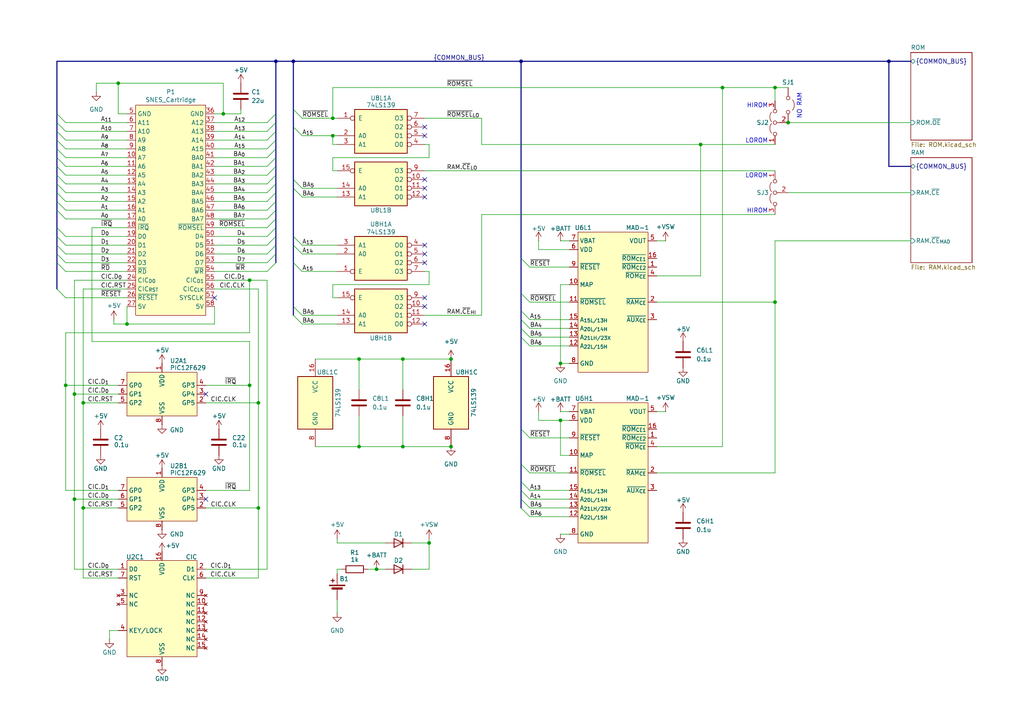
<source format=kicad_sch>
(kicad_sch (version 20231120) (generator "eeschema") (generator_version "8.0")
  (paper "A4")
  (title_block (title "SNES Basic UV Cartridge") (date "2025-11-15") (rev "v1.0") (company "https://github.com/MouseBiteLabs/Super-Nintendo-Cartridges") (comment 1 "NOTE 1: U2A is surface mount, U2B is through-hole. Only populate one.") (comment 2 "v1.1: Swap OEM CIC D0 and D1 pins, fix MAD-1 wiring, add selection for 27C160 modes"))
  (lib_symbols
    (symbol "Bucketmouse:74LS139" (pin_names (offset 1.016))
      (property "Reference" "U" (at -7.62 8.89 0))
      (property "Value" "74LS139" (at -7.62 -8.89 0))
      (symbol "74LS139_1_0"
        (pin input inverted (at -12.7 -5.08 0) (length 5.08) (name "E") (number "1"))
        (pin input line (at -12.7 0 0) (length 5.08) (name "A0") (number "2"))
        (pin input line (at -12.7 2.54 0) (length 5.08) (name "A1") (number "3"))
        (pin output inverted (at 12.7 2.54 180) (length 5.08) (name "O0") (number "4"))
        (pin output inverted (at 12.7 0 180) (length 5.08) (name "O1") (number "5"))
        (pin output inverted (at 12.7 -2.54 180) (length 5.08) (name "O2") (number "6"))
        (pin output inverted (at 12.7 -5.08 180) (length 5.08) (name "O3") (number "7"))
      )
      (symbol "74LS139_2_0"
        (pin output inverted (at 12.7 -2.54 180) (length 5.08) (name "O2") (number "10"))
        (pin output inverted (at 12.7 0 180) (length 5.08) (name "O1") (number "11"))
        (pin output inverted (at 12.7 2.54 180) (length 5.08) (name "O0") (number "12"))
        (pin input line (at -12.7 2.54 0) (length 5.08) (name "A1") (number "13"))
        (pin input line (at -12.7 0 0) (length 5.08) (name "A0") (number "14"))
        (pin input inverted (at -12.7 -5.08 0) (length 5.08) (name "E") (number "15"))
        (pin output inverted (at 12.7 -5.08 180) (length 5.08) (name "O3") (number "9"))
      )
      (symbol "74LS139_3_0"
        (pin power_in line (at 0 12.7 270) (length 5.08) (name "VCC") (number "16"))
        (pin power_in line (at 0 -12.7 90) (length 5.08) (name "GND") (number "8"))
      )
    )
    (symbol "Bucketmouse:CIC_SNES"
      (property "Reference" "U" (at 1.27 13.97 0))
      (property "Value" "CIC" (at 1.27 11.43 0))
      (symbol "CIC_SNES_1_1"
        (pin bidirectional line (at -12.7 7.62 0) (length 2.54) (name "D0") (number "1"))
        (pin no_connect line (at 12.7 -2.54 180) (length 2.54) (name "NC") (number "10"))
        (pin no_connect line (at 12.7 -5.08 180) (length 2.54) (name "NC") (number "11"))
        (pin no_connect line (at 12.7 -7.62 180) (length 2.54) (name "NC") (number "12"))
        (pin no_connect line (at 12.7 -10.16 180) (length 2.54) (name "NC") (number "13"))
        (pin no_connect line (at 12.7 -12.7 180) (length 2.54) (name "NC") (number "14"))
        (pin no_connect line (at 12.7 -15.24 180) (length 2.54) (name "NC") (number "15"))
        (pin power_in line (at 0 12.7 270) (length 2.54) (name "VDD") (number "16"))
        (pin bidirectional line (at 12.7 7.62 180) (length 2.54) (name "D1") (number "2"))
        (pin no_connect line (at -12.7 0 0) (length 2.54) (name "NC") (number "3"))
        (pin input line (at -12.7 -10.16 0) (length 2.54) (name "KEY/LOCK") (number "4"))
        (pin no_connect line (at -12.7 -2.54 0) (length 2.54) (name "NC") (number "5"))
        (pin input line (at 12.7 5.08 180) (length 2.54) (name "CLK") (number "6"))
        (pin input line (at -12.7 5.08 0) (length 2.54) (name "RST") (number "7"))
        (pin power_in line (at 0 -20.32 90) (length 2.54) (name "VSS") (number "8"))
        (pin no_connect line (at 12.7 0 180) (length 2.54) (name "NC") (number "9"))
      )
    )
    (symbol "Bucketmouse:MAD-1"
      (property "Reference" "U" (at -10.16 13.208 0))
      (property "Value" "MAD-1" (at 1.778 13.208 0))
      (symbol "MAD-1_1_0"
        (pin output line (at 12.7 2.54 180) (length 2.54) (name "~{ROM_{CE2}}") (number "1"))
        (pin input line (at -12.7 -2.54 0) (length 2.54) (name "MAP") (number "10"))
        (pin input line (at -12.7 -7.62 0) (length 2.54) (name "~{ROMSEL}") (number "11"))
        (pin input line (at -12.7 -20.32 0) (length 2.54) (name "A_{22L/15H}") (number "12"))
        (pin input line (at -12.7 -17.78 0) (length 2.54) (name "A_{21LH/23X}") (number "13"))
        (pin input line (at -12.7 -15.24 0) (length 2.54) (name "A_{20L/14H}") (number "14"))
        (pin input line (at -12.7 -12.7 0) (length 2.54) (name "A_{15L/13H}") (number "15"))
        (pin output line (at 12.7 5.08 180) (length 2.54) (name "~{ROM_{CE1}}") (number "16"))
        (pin output line (at 12.7 -7.62 180) (length 2.54) (name "~{RAM_{CE}}") (number "2"))
        (pin output line (at 12.7 -12.7 180) (length 2.54) (name "~{AUX_{CE}}") (number "3"))
        (pin output line (at 12.7 0 180) (length 2.54) (name "~{ROM_{CE}}") (number "4"))
        (pin power_out line (at 12.7 10.16 180) (length 2.54) (name "VOUT") (number "5"))
        (pin power_in line (at -12.7 7.62 0) (length 2.54) (name "VDD") (number "6"))
        (pin power_in line (at -12.7 10.16 0) (length 2.54) (name "VBAT") (number "7"))
        (pin power_in line (at -12.7 -25.4 0) (length 2.54) (name "GND") (number "8"))
        (pin input line (at -12.7 2.54 0) (length 2.54) (name "~{RESET}") (number "9"))
      )
    )
    (symbol "Bucketmouse:PIC12F629"
      (property "Reference" "U2B1" (at 2.032 13.462 0))
      (property "Value" "PIC12F629" (at 2.032 11.43 0))
      (symbol "PIC12F629_1_1"
        (pin power_in line (at 0 8.89 270) (length 2.54) (name "VDD") (number "1"))
        (pin bidirectional line (at 12.7 -2.54 180) (length 2.54) (name "GP5") (number "2"))
        (pin bidirectional line (at 12.7 0 180) (length 2.54) (name "GP4") (number "3"))
        (pin input line (at 12.7 2.54 180) (length 2.54) (name "GP3") (number "4"))
        (pin bidirectional line (at -12.7 -2.54 0) (length 2.54) (name "GP2") (number "5"))
        (pin bidirectional line (at -12.7 0 0) (length 2.54) (name "GP1") (number "6"))
        (pin bidirectional line (at -12.7 2.54 0) (length 2.54) (name "GP0") (number "7"))
        (pin power_in line (at 0 -8.89 90) (length 2.54) (name "VSS") (number "8"))
      )
    )
    (symbol "Bucketmouse:SNES_Cart_Edge_Standard"
      (property "Reference" "U" (at 0 34.29 0))
      (property "Value" "SNES_Cartridge" (at 0 32.004 0))
      (symbol "SNES_Cart_Edge_Standard_1_1"
        (pin output line (at -12.7 15.24 0) (length 2.54) (name "A7") (number "10"))
        (pin output line (at -12.7 12.7 0) (length 2.54) (name "A6") (number "11"))
        (pin output line (at -12.7 10.16 0) (length 2.54) (name "A5") (number "12"))
        (pin output line (at -12.7 7.62 0) (length 2.54) (name "A4") (number "13"))
        (pin output line (at -12.7 5.08 0) (length 2.54) (name "A3") (number "14"))
        (pin output line (at -12.7 2.54 0) (length 2.54) (name "A2") (number "15"))
        (pin output line (at -12.7 0 0) (length 2.54) (name "A1") (number "16"))
        (pin output line (at -12.7 -2.54 0) (length 2.54) (name "A0") (number "17"))
        (pin passive line (at -12.7 -5.08 0) (length 2.54) (name "~{IRQ}") (number "18"))
        (pin bidirectional line (at -12.7 -7.62 0) (length 2.54) (name "D0") (number "19"))
        (pin bidirectional line (at -12.7 -10.16 0) (length 2.54) (name "D1") (number "20"))
        (pin bidirectional line (at -12.7 -12.7 0) (length 2.54) (name "D2") (number "21"))
        (pin bidirectional line (at -12.7 -15.24 0) (length 2.54) (name "D3") (number "22"))
        (pin output line (at -12.7 -17.78 0) (length 2.54) (name "~{RD}") (number "23"))
        (pin bidirectional line (at -12.7 -20.32 0) (length 2.54) (name "CIC_{D0}") (number "24"))
        (pin output line (at -12.7 -22.86 0) (length 2.54) (name "CIC_{RST}") (number "25"))
        (pin output line (at -12.7 -25.4 0) (length 2.54) (name "~{RESET}") (number "26"))
        (pin power_out line (at -12.7 -27.94 0) (length 2.54) (name "5V") (number "27"))
        (pin power_out line (at 12.7 27.94 180) (length 2.54) (name "GND") (number "36"))
        (pin output line (at 12.7 25.4 180) (length 2.54) (name "A12") (number "37"))
        (pin output line (at 12.7 22.86 180) (length 2.54) (name "A13") (number "38"))
        (pin output line (at 12.7 20.32 180) (length 2.54) (name "A14") (number "39"))
        (pin output line (at 12.7 17.78 180) (length 2.54) (name "A15") (number "40"))
        (pin output line (at 12.7 15.24 180) (length 2.54) (name "BA0") (number "41"))
        (pin output line (at 12.7 12.7 180) (length 2.54) (name "BA1") (number "42"))
        (pin output line (at 12.7 10.16 180) (length 2.54) (name "BA2") (number "43"))
        (pin output line (at 12.7 7.62 180) (length 2.54) (name "BA3") (number "44"))
        (pin output line (at 12.7 5.08 180) (length 2.54) (name "BA4") (number "45"))
        (pin output line (at 12.7 2.54 180) (length 2.54) (name "BA5") (number "46"))
        (pin output line (at 12.7 0 180) (length 2.54) (name "BA6") (number "47"))
        (pin output line (at 12.7 -2.54 180) (length 2.54) (name "BA7") (number "48"))
        (pin output line (at 12.7 -5.08 180) (length 2.54) (name "~{ROMSEL}") (number "49"))
        (pin power_out line (at -12.7 27.94 0) (length 2.54) (name "GND") (number "5"))
        (pin bidirectional line (at 12.7 -7.62 180) (length 2.54) (name "D4") (number "50"))
        (pin bidirectional line (at 12.7 -10.16 180) (length 2.54) (name "D5") (number "51"))
        (pin bidirectional line (at 12.7 -12.7 180) (length 2.54) (name "D6") (number "52"))
        (pin bidirectional line (at 12.7 -15.24 180) (length 2.54) (name "D7") (number "53"))
        (pin output line (at 12.7 -17.78 180) (length 2.54) (name "~{WR}") (number "54"))
        (pin bidirectional line (at 12.7 -20.32 180) (length 2.54) (name "CIC_{D1}") (number "55"))
        (pin output line (at 12.7 -22.86 180) (length 2.54) (name "CIC_{CLK}") (number "56"))
        (pin passive line (at 12.7 -25.4 180) (length 2.54) (name "SYSCLK") (number "57"))
        (pin power_out line (at 12.7 -27.94 180) (length 2.54) (name "5V") (number "58"))
        (pin output line (at -12.7 25.4 0) (length 2.54) (name "A11") (number "6"))
        (pin output line (at -12.7 22.86 0) (length 2.54) (name "A10") (number "7"))
        (pin output line (at -12.7 20.32 0) (length 2.54) (name "A9") (number "8"))
        (pin output line (at -12.7 17.78 0) (length 2.54) (name "A8") (number "9"))
      )
    )
    (symbol "Device:Battery_Cell" (pin_numbers hide) (pin_names (offset 0) hide)
      (property "Reference" "BT" (at 2.54 2.54 0))
      (property "Value" "Battery_Cell" (at 2.54 0 0))
      (symbol "Battery_Cell_1_1"
        (pin passive line (at 0 5.08 270) (length 2.54) (name "+") (number "1"))
        (pin passive line (at 0 -2.54 90) (length 2.54) (name "-") (number "2"))
      )
    )
    (symbol "Device:C" (pin_numbers hide) (pin_names (offset 0.254))
      (property "Reference" "C" (at 0.635 2.54 0))
      (property "Value" "C" (at 0.635 -2.54 0))
      (symbol "C_1_1"
        (pin passive line (at 0 3.81 270) (length 2.794) (name "~") (number "1"))
        (pin passive line (at 0 -3.81 90) (length 2.794) (name "~") (number "2"))
      )
    )
    (symbol "Device:D" (pin_numbers hide) (pin_names (offset 1.016) hide)
      (property "Reference" "D" (at 0 2.54 0))
      (property "Value" "D" (at 0 -2.54 0))
      (symbol "D_1_1"
        (pin passive line (at -3.81 0 0) (length 2.54) (name "K") (number "1"))
        (pin passive line (at 3.81 0 180) (length 2.54) (name "A") (number "2"))
      )
    )
    (symbol "Device:R" (pin_numbers hide) (pin_names (offset 0))
      (property "Reference" "R" (at 2.032 0 90))
      (property "Value" "R" (at 0 0 90))
      (symbol "R_1_1"
        (pin passive line (at 0 3.81 270) (length 1.27) (name "~") (number "1"))
        (pin passive line (at 0 -3.81 90) (length 1.27) (name "~") (number "2"))
      )
    )
    (symbol "Jumper:Jumper_2_Open" (pin_numbers hide) (pin_names (offset 0) hide) (exclude_from_sim yes)
      (property "Reference" "JP" (at 0 2.794 0))
      (property "Value" "Jumper_2_Open" (at 0 -2.286 0))
      (symbol "Jumper_2_Open_1_1"
        (pin passive line (at -5.08 0 0) (length 2.54) (name "A") (number "1"))
        (pin passive line (at 5.08 0 180) (length 2.54) (name "B") (number "2"))
      )
    )
    (symbol "Jumper:Jumper_3_Open" (pin_names (offset 0) hide) (exclude_from_sim yes) (in_bom no)
      (property "Reference" "JP" (at -2.54 -2.54 0))
      (property "Value" "Jumper_3_Open" (at 0 2.794 0))
      (symbol "Jumper_3_Open_1_1"
        (pin passive line (at -6.35 0 0) (length 2.54) (name "A") (number "1"))
        (pin passive line (at 0 -3.81 90) (length 2.54) (name "C") (number "2"))
        (pin passive line (at 6.35 0 180) (length 2.54) (name "B") (number "3"))
      )
    )
    (symbol "PIC12F629_1"
      (property "Reference" "U2A1" (at 2.286 13.462 0))
      (property "Value" "PIC12F629" (at 2.286 11.43 0))
      (symbol "PIC12F629_1_1_1"
        (pin power_in line (at 0 8.89 270) (length 2.54) (name "VDD") (number "1"))
        (pin bidirectional line (at 12.7 -2.54 180) (length 2.54) (name "GP5") (number "2"))
        (pin bidirectional line (at 12.7 0 180) (length 2.54) (name "GP4") (number "3"))
        (pin input line (at 12.7 2.54 180) (length 2.54) (name "GP3") (number "4"))
        (pin bidirectional line (at -12.7 -2.54 0) (length 2.54) (name "GP2") (number "5"))
        (pin bidirectional line (at -12.7 0 0) (length 2.54) (name "GP1") (number "6"))
        (pin bidirectional line (at -12.7 2.54 0) (length 2.54) (name "GP0") (number "7"))
        (pin power_in line (at 0 -8.89 90) (length 2.54) (name "VSS") (number "8"))
      )
    )
    (symbol "power:+5V" (power) (pin_numbers hide) (pin_names (offset 0) hide)
      (property "Value" "+5V" (at 0 3.556 0))
      (symbol "+5V_1_1"
        (pin power_in line (at 0 0 90) (length 0) (name "~") (number "1"))
      )
    )
    (symbol "power:+BATT" (power) (pin_numbers hide) (pin_names (offset 0) hide)
      (property "Value" "+BATT" (at 0 3.556 0))
      (symbol "+BATT_1_1"
        (pin power_in line (at 0 0 90) (length 0) (name "~") (number "1"))
      )
    )
    (symbol "power:+VSW" (power) (pin_numbers hide) (pin_names (offset 0) hide)
      (property "Value" "+VSW" (at 0 3.556 0))
      (symbol "+VSW_1_1"
        (pin power_in line (at 0 0 90) (length 0) (name "~") (number "1"))
      )
    )
    (symbol "power:GND" (power) (pin_numbers hide) (pin_names (offset 0) hide)
      (property "Value" "GND" (at 0 -3.81 0))
      (symbol "GND_1_1"
        (pin power_in line (at 0 0 270) (length 0) (name "~") (number "1"))
      )
    )
  )
  (bus_alias "COMMON_BUS" (members "A_{0}" "A_{1}" "A_{2}" "A_{3}" "A_{4}" "A_{5}" "A_{6}" "A_{7}" "A_{8}" "A_{9}" "A_{10}" "A_{11}" "A_{12}" "A_{13}" "A_{14}" "A_{15}" "BA_{0}" "BA_{1}" "BA_{2}" "BA_{3}" "BA_{4}" "BA_{5}" "BA_{6}" "BA_{7}" "~{ROMSEL}" "D_{0}" "D_{1}" "D_{2}" "D_{3}" "D_{4}" "D_{5}" "D_{6}" "D_{7}" "~{WR}" "~{RD}" "~{RESET}" "MULTI"))
  (bus_alias "ROM_DATA_BUS" (members "Q_{0}" "Q_{1}" "Q_{2}" "Q_{3}" "Q_{4}" "Q_{5}" "Q_{6}" "Q_{7}" "Q_{8}" "Q_{9}" "Q_{10}" "Q_{11}" "Q_{12}" "Q_{13}" "Q_{14}" "Q_{15}"))
  (junction (at 209.55 25.4))
  (junction (at 72.39 81.28))
  (junction (at 162.56 105.41))
  (junction (at 24.13 147.32))
  (junction (at 19.05 111.76))
  (junction (at 96.52 39.37))
  (junction (at 24.13 116.84))
  (junction (at 21.59 114.3))
  (junction (at 80.01 17.78))
  (junction (at 116.84 104.14))
  (junction (at 257.81 17.78))
  (junction (at 96.52 34.29))
  (junction (at 228.6 35.56))
  (junction (at 162.56 121.92))
  (junction (at 74.93 147.32))
  (junction (at 109.22 165.1))
  (junction (at 116.84 129.54))
  (junction (at 224.79 25.4))
  (junction (at 151.13 17.78))
  (junction (at 74.93 116.84))
  (junction (at 224.79 87.63))
  (junction (at 36.83 93.98))
  (junction (at 72.39 111.76))
  (junction (at 21.59 144.78))
  (junction (at 104.14 104.14))
  (junction (at 64.77 33.02))
  (junction (at 203.2 41.91))
  (junction (at 104.14 129.54))
  (junction (at 124.46 157.48))
  (junction (at 130.81 129.54))
  (junction (at 34.29 24.13))
  (junction (at 85.09 17.78))
  (junction (at 130.81 104.14))
  (no_connect (at 123.19 88.9))
  (no_connect (at 123.19 76.2))
  (no_connect (at 123.19 86.36))
  (no_connect (at 123.19 39.37))
  (no_connect (at 123.19 36.83))
  (no_connect (at 123.19 54.61))
  (no_connect (at 62.23 86.36))
  (no_connect (at 123.19 71.12))
  (no_connect (at 59.69 114.3))
  (no_connect (at 123.19 93.98))
  (no_connect (at 123.19 73.66))
  (no_connect (at 59.69 144.78))
  (no_connect (at 123.19 52.07))
  (no_connect (at 123.19 57.15))
  (bus_entry (at 19.05 50.8) (size -2.54 -2.54))
  (bus_entry (at 77.47 73.66) (size 2.54 -2.54))
  (bus_entry (at 19.05 38.1) (size -2.54 -2.54))
  (bus_entry (at 19.05 73.66) (size -2.54 -2.54))
  (bus_entry (at 19.05 86.36) (size -2.54 -2.54))
  (bus_entry (at 151.13 85.09) (size 2.54 2.54))
  (bus_entry (at 151.13 144.78) (size 2.54 2.54))
  (bus_entry (at 151.13 139.7) (size 2.54 2.54))
  (bus_entry (at 85.09 52.07) (size 2.54 2.54))
  (bus_entry (at 19.05 63.5) (size -2.54 -2.54))
  (bus_entry (at 77.47 50.8) (size 2.54 -2.54))
  (bus_entry (at 19.05 48.26) (size -2.54 -2.54))
  (bus_entry (at 151.13 92.71) (size 2.54 2.54))
  (bus_entry (at 77.47 40.64) (size 2.54 -2.54))
  (bus_entry (at 85.09 91.44) (size 2.54 2.54))
  (bus_entry (at 19.05 53.34) (size -2.54 -2.54))
  (bus_entry (at 19.05 68.58) (size -2.54 -2.54))
  (bus_entry (at 16.51 33.02) (size 2.54 2.54))
  (bus_entry (at 19.05 58.42) (size -2.54 -2.54))
  (bus_entry (at 151.13 97.79) (size 2.54 2.54))
  (bus_entry (at 19.05 55.88) (size -2.54 -2.54))
  (bus_entry (at 151.13 124.46) (size 2.54 2.54))
  (bus_entry (at 77.47 38.1) (size 2.54 -2.54))
  (bus_entry (at 85.09 31.75) (size 2.54 2.54))
  (bus_entry (at 77.47 48.26) (size 2.54 -2.54))
  (bus_entry (at 77.47 71.12) (size 2.54 -2.54))
  (bus_entry (at 151.13 95.25) (size 2.54 2.54))
  (bus_entry (at 19.05 78.74) (size -2.54 -2.54))
  (bus_entry (at 77.47 68.58) (size 2.54 -2.54))
  (bus_entry (at 77.47 55.88) (size 2.54 -2.54))
  (bus_entry (at 151.13 142.24) (size 2.54 2.54))
  (bus_entry (at 19.05 43.18) (size -2.54 -2.54))
  (bus_entry (at 151.13 90.17) (size 2.54 2.54))
  (bus_entry (at 85.09 71.12) (size 2.54 2.54))
  (bus_entry (at 19.05 40.64) (size -2.54 -2.54))
  (bus_entry (at 85.09 68.58) (size 2.54 2.54))
  (bus_entry (at 19.05 45.72) (size -2.54 -2.54))
  (bus_entry (at 151.13 134.62) (size 2.54 2.54))
  (bus_entry (at 77.47 76.2) (size 2.54 -2.54))
  (bus_entry (at 151.13 74.93) (size 2.54 2.54))
  (bus_entry (at 80.01 60.96) (size -2.54 2.54))
  (bus_entry (at 77.47 43.18) (size 2.54 -2.54))
  (bus_entry (at 80.01 76.2) (size -2.54 2.54))
  (bus_entry (at 85.09 88.9) (size 2.54 2.54))
  (bus_entry (at 85.09 76.2) (size 2.54 2.54))
  (bus_entry (at 19.05 60.96) (size -2.54 -2.54))
  (bus_entry (at 77.47 60.96) (size 2.54 -2.54))
  (bus_entry (at 80.01 63.5) (size -2.54 2.54))
  (bus_entry (at 85.09 36.83) (size 2.54 2.54))
  (bus_entry (at 85.09 54.61) (size 2.54 2.54))
  (bus_entry (at 77.47 58.42) (size 2.54 -2.54))
  (bus_entry (at 151.13 147.32) (size 2.54 2.54))
  (bus_entry (at 19.05 76.2) (size -2.54 -2.54))
  (bus_entry (at 77.47 53.34) (size 2.54 -2.54))
  (bus_entry (at 19.05 71.12) (size -2.54 -2.54))
  (bus_entry (at 77.47 35.56) (size 2.54 -2.54))
  (bus_entry (at 77.47 45.72) (size 2.54 -2.54))
  (wire (pts (xy 72.39 142.24) (xy 59.69 142.24)))
  (wire (pts (xy 96.52 45.72) (xy 96.52 49.53)))
  (bus (pts (xy 151.13 142.24) (xy 151.13 144.78)))
  (wire (pts (xy 123.19 34.29) (xy 139.7 34.29)))
  (wire (pts (xy 203.2 41.91) (xy 224.79 41.91)))
  (wire (pts (xy 87.63 93.98) (xy 97.79 93.98)))
  (wire (pts (xy 87.63 73.66) (xy 97.79 73.66)))
  (bus (pts (xy 16.51 58.42) (xy 16.51 60.96)))
  (wire (pts (xy 123.19 41.91) (xy 124.46 41.91)))
  (bus (pts (xy 85.09 76.2) (xy 85.09 88.9)))
  (wire (pts (xy 162.56 69.85) (xy 165.1 69.85)))
  (bus (pts (xy 80.01 58.42) (xy 80.01 60.96)))
  (wire (pts (xy 62.23 73.66) (xy 77.47 73.66)))
  (wire (pts (xy 19.05 58.42) (xy 36.83 58.42)))
  (wire (pts (xy 124.46 157.48) (xy 124.46 165.1)))
  (wire (pts (xy 153.67 87.63) (xy 165.1 87.63)))
  (wire (pts (xy 96.52 39.37) (xy 97.79 39.37)))
  (wire (pts (xy 19.05 142.24) (xy 34.29 142.24)))
  (wire (pts (xy 21.59 81.28) (xy 36.83 81.28)))
  (bus (pts (xy 16.51 40.64) (xy 16.51 43.18)))
  (wire (pts (xy 62.23 68.58) (xy 77.47 68.58)))
  (bus (pts (xy 16.51 45.72) (xy 16.51 48.26)))
  (wire (pts (xy 203.2 41.91) (xy 203.2 80.01)))
  (wire (pts (xy 123.19 49.53) (xy 224.79 49.53)))
  (bus (pts (xy 257.81 48.26) (xy 264.16 48.26)))
  (wire (pts (xy 153.67 147.32) (xy 165.1 147.32)))
  (wire (pts (xy 165.1 132.08) (xy 162.56 132.08)))
  (bus (pts (xy 151.13 97.79) (xy 151.13 124.46)))
  (wire (pts (xy 62.23 45.72) (xy 77.47 45.72)))
  (wire (pts (xy 19.05 111.76) (xy 19.05 96.52)))
  (bus (pts (xy 16.51 50.8) (xy 16.51 53.34)))
  (wire (pts (xy 24.13 116.84) (xy 34.29 116.84)))
  (wire (pts (xy 224.79 87.63) (xy 224.79 69.85)))
  (bus (pts (xy 16.51 17.78) (xy 80.01 17.78)))
  (bus (pts (xy 151.13 92.71) (xy 151.13 95.25)))
  (wire (pts (xy 190.5 69.85) (xy 193.04 69.85)))
  (bus (pts (xy 16.51 73.66) (xy 16.51 71.12)))
  (wire (pts (xy 97.79 165.1) (xy 97.79 166.37)))
  (wire (pts (xy 21.59 81.28) (xy 21.59 114.3)))
  (wire (pts (xy 162.56 121.92) (xy 165.1 121.92)))
  (bus (pts (xy 80.01 60.96) (xy 80.01 63.5)))
  (bus (pts (xy 151.13 124.46) (xy 151.13 134.62)))
  (wire (pts (xy 19.05 111.76) (xy 19.05 142.24)))
  (wire (pts (xy 124.46 41.91) (xy 124.46 45.72)))
  (wire (pts (xy 59.69 111.76) (xy 72.39 111.76)))
  (wire (pts (xy 104.14 104.14) (xy 116.84 104.14)))
  (bus (pts (xy 80.01 17.78) (xy 85.09 17.78)))
  (wire (pts (xy 74.93 83.82) (xy 74.93 116.84)))
  (bus (pts (xy 85.09 36.83) (xy 85.09 52.07)))
  (wire (pts (xy 139.7 41.91) (xy 203.2 41.91)))
  (wire (pts (xy 19.05 53.34) (xy 36.83 53.34)))
  (bus (pts (xy 151.13 17.78) (xy 257.81 17.78)))
  (wire (pts (xy 36.83 93.98) (xy 36.83 88.9)))
  (wire (pts (xy 153.67 92.71) (xy 165.1 92.71)))
  (wire (pts (xy 87.63 39.37) (xy 96.52 39.37)))
  (wire (pts (xy 19.05 48.26) (xy 36.83 48.26)))
  (bus (pts (xy 80.01 48.26) (xy 80.01 50.8)))
  (wire (pts (xy 96.52 25.4) (xy 209.55 25.4)))
  (wire (pts (xy 153.67 95.25) (xy 165.1 95.25)))
  (wire (pts (xy 96.52 86.36) (xy 97.79 86.36)))
  (wire (pts (xy 109.22 165.1) (xy 111.76 165.1)))
  (wire (pts (xy 124.46 156.21) (xy 124.46 157.48)))
  (bus (pts (xy 85.09 54.61) (xy 85.09 68.58)))
  (wire (pts (xy 116.84 104.14) (xy 130.81 104.14)))
  (wire (pts (xy 69.85 33.02) (xy 69.85 31.75)))
  (bus (pts (xy 80.01 35.56) (xy 80.01 38.1)))
  (wire (pts (xy 190.5 87.63) (xy 224.79 87.63)))
  (wire (pts (xy 190.5 80.01) (xy 203.2 80.01)))
  (wire (pts (xy 26.67 66.04) (xy 36.83 66.04)))
  (wire (pts (xy 124.46 82.55) (xy 124.46 78.74)))
  (wire (pts (xy 62.23 35.56) (xy 77.47 35.56)))
  (wire (pts (xy 190.5 129.54) (xy 209.55 129.54)))
  (wire (pts (xy 116.84 120.65) (xy 116.84 129.54)))
  (wire (pts (xy 62.23 38.1) (xy 77.47 38.1)))
  (bus (pts (xy 151.13 144.78) (xy 151.13 147.32)))
  (bus (pts (xy 80.01 63.5) (xy 80.01 66.04)))
  (bus (pts (xy 16.51 53.34) (xy 16.51 55.88)))
  (wire (pts (xy 19.05 86.36) (xy 36.83 86.36)))
  (bus (pts (xy 151.13 90.17) (xy 151.13 92.71)))
  (wire (pts (xy 123.19 91.44) (xy 139.7 91.44)))
  (wire (pts (xy 209.55 129.54) (xy 209.55 25.4)))
  (bus (pts (xy 80.01 55.88) (xy 80.01 58.42)))
  (wire (pts (xy 116.84 104.14) (xy 116.84 113.03)))
  (wire (pts (xy 153.67 127) (xy 165.1 127)))
  (wire (pts (xy 64.77 33.02) (xy 69.85 33.02)))
  (wire (pts (xy 19.05 71.12) (xy 36.83 71.12)))
  (wire (pts (xy 62.23 66.04) (xy 77.47 66.04)))
  (bus (pts (xy 151.13 85.09) (xy 151.13 90.17)))
  (wire (pts (xy 24.13 147.32) (xy 34.29 147.32)))
  (wire (pts (xy 24.13 83.82) (xy 36.83 83.82)))
  (bus (pts (xy 85.09 31.75) (xy 85.09 36.83)))
  (wire (pts (xy 64.77 24.13) (xy 64.77 33.02)))
  (wire (pts (xy 162.56 82.55) (xy 162.56 105.41)))
  (wire (pts (xy 26.67 99.06) (xy 26.67 66.04)))
  (wire (pts (xy 21.59 144.78) (xy 21.59 114.3)))
  (wire (pts (xy 24.13 167.64) (xy 34.29 167.64)))
  (wire (pts (xy 162.56 132.08) (xy 162.56 121.92)))
  (wire (pts (xy 124.46 82.55) (xy 96.52 82.55)))
  (bus (pts (xy 151.13 134.62) (xy 151.13 139.7)))
  (bus (pts (xy 16.51 35.56) (xy 16.51 38.1)))
  (wire (pts (xy 19.05 35.56) (xy 36.83 35.56)))
  (bus (pts (xy 151.13 74.93) (xy 151.13 85.09)))
  (bus (pts (xy 80.01 71.12) (xy 80.01 73.66)))
  (wire (pts (xy 96.52 34.29) (xy 96.52 25.4)))
  (wire (pts (xy 62.23 93.98) (xy 62.23 88.9)))
  (bus (pts (xy 151.13 17.78) (xy 151.13 74.93)))
  (wire (pts (xy 19.05 55.88) (xy 36.83 55.88)))
  (bus (pts (xy 85.09 17.78) (xy 85.09 31.75)))
  (wire (pts (xy 74.93 147.32) (xy 59.69 147.32)))
  (wire (pts (xy 156.21 119.38) (xy 156.21 121.92)))
  (wire (pts (xy 19.05 73.66) (xy 36.83 73.66)))
  (bus (pts (xy 80.01 17.78) (xy 80.01 33.02)))
  (wire (pts (xy 19.05 43.18) (xy 36.83 43.18)))
  (wire (pts (xy 24.13 147.32) (xy 24.13 167.64)))
  (bus (pts (xy 85.09 17.78) (xy 151.13 17.78)))
  (wire (pts (xy 72.39 81.28) (xy 72.39 96.52)))
  (wire (pts (xy 124.46 45.72) (xy 96.52 45.72)))
  (wire (pts (xy 165.1 82.55) (xy 162.56 82.55)))
  (bus (pts (xy 16.51 43.18) (xy 16.51 45.72)))
  (wire (pts (xy 87.63 34.29) (xy 96.52 34.29)))
  (wire (pts (xy 224.79 69.85) (xy 264.16 69.85)))
  (wire (pts (xy 72.39 99.06) (xy 26.67 99.06)))
  (wire (pts (xy 27.94 24.13) (xy 27.94 26.67)))
  (wire (pts (xy 62.23 55.88) (xy 77.47 55.88)))
  (bus (pts (xy 257.81 17.78) (xy 264.16 17.78)))
  (wire (pts (xy 124.46 165.1) (xy 119.38 165.1)))
  (wire (pts (xy 153.67 100.33) (xy 165.1 100.33)))
  (wire (pts (xy 162.56 105.41) (xy 165.1 105.41)))
  (wire (pts (xy 139.7 34.29) (xy 139.7 41.91)))
  (wire (pts (xy 162.56 119.38) (xy 165.1 119.38)))
  (wire (pts (xy 104.14 104.14) (xy 104.14 113.03)))
  (wire (pts (xy 96.52 41.91) (xy 96.52 39.37)))
  (bus (pts (xy 16.51 33.02) (xy 16.51 35.56)))
  (wire (pts (xy 139.7 62.23) (xy 224.79 62.23)))
  (bus (pts (xy 16.51 17.78) (xy 16.51 33.02)))
  (bus (pts (xy 80.01 66.04) (xy 80.01 68.58)))
  (wire (pts (xy 34.29 182.88) (xy 31.75 182.88)))
  (wire (pts (xy 34.29 24.13) (xy 34.29 33.02)))
  (wire (pts (xy 87.63 54.61) (xy 97.79 54.61)))
  (wire (pts (xy 139.7 62.23) (xy 139.7 91.44)))
  (bus (pts (xy 80.01 40.64) (xy 80.01 43.18)))
  (bus (pts (xy 80.01 68.58) (xy 80.01 71.12)))
  (wire (pts (xy 19.05 76.2) (xy 36.83 76.2)))
  (bus (pts (xy 16.51 73.66) (xy 16.51 76.2)))
  (bus (pts (xy 80.01 38.1) (xy 80.01 40.64)))
  (bus (pts (xy 151.13 95.25) (xy 151.13 97.79)))
  (wire (pts (xy 116.84 129.54) (xy 130.81 129.54)))
  (bus (pts (xy 80.01 43.18) (xy 80.01 45.72)))
  (wire (pts (xy 31.75 182.88) (xy 31.75 185.42)))
  (wire (pts (xy 33.02 93.98) (xy 33.02 92.71)))
  (wire (pts (xy 190.5 137.16) (xy 224.79 137.16)))
  (wire (pts (xy 153.67 142.24) (xy 165.1 142.24)))
  (wire (pts (xy 77.47 165.1) (xy 77.47 81.28)))
  (wire (pts (xy 19.05 40.64) (xy 36.83 40.64)))
  (wire (pts (xy 21.59 144.78) (xy 21.59 165.1)))
  (wire (pts (xy 36.83 33.02) (xy 34.29 33.02)))
  (wire (pts (xy 62.23 81.28) (xy 72.39 81.28)))
  (wire (pts (xy 62.23 53.34) (xy 77.47 53.34)))
  (wire (pts (xy 97.79 156.21) (xy 97.79 157.48)))
  (bus (pts (xy 16.51 60.96) (xy 16.51 66.04)))
  (wire (pts (xy 165.1 72.39) (xy 156.21 72.39)))
  (wire (pts (xy 119.38 157.48) (xy 124.46 157.48)))
  (bus (pts (xy 80.01 53.34) (xy 80.01 55.88)))
  (wire (pts (xy 62.23 58.42) (xy 77.47 58.42)))
  (wire (pts (xy 33.02 93.98) (xy 36.83 93.98)))
  (wire (pts (xy 62.23 48.26) (xy 77.47 48.26)))
  (wire (pts (xy 62.23 83.82) (xy 74.93 83.82)))
  (wire (pts (xy 34.29 24.13) (xy 27.94 24.13)))
  (wire (pts (xy 190.5 119.38) (xy 193.04 119.38)))
  (wire (pts (xy 104.14 120.65) (xy 104.14 129.54)))
  (bus (pts (xy 16.51 66.04) (xy 16.51 68.58)))
  (wire (pts (xy 156.21 72.39) (xy 156.21 69.85)))
  (bus (pts (xy 80.01 50.8) (xy 80.01 53.34)))
  (wire (pts (xy 72.39 111.76) (xy 72.39 142.24)))
  (wire (pts (xy 74.93 167.64) (xy 74.93 147.32)))
  (wire (pts (xy 87.63 78.74) (xy 97.79 78.74)))
  (wire (pts (xy 96.52 49.53) (xy 97.79 49.53)))
  (wire (pts (xy 96.52 82.55) (xy 96.52 86.36)))
  (wire (pts (xy 123.19 78.74) (xy 124.46 78.74)))
  (wire (pts (xy 224.79 25.4) (xy 228.6 25.4)))
  (wire (pts (xy 153.67 144.78) (xy 165.1 144.78)))
  (bus (pts (xy 16.51 76.2) (xy 16.51 83.82)))
  (wire (pts (xy 97.79 41.91) (xy 96.52 41.91)))
  (wire (pts (xy 62.23 33.02) (xy 64.77 33.02)))
  (bus (pts (xy 85.09 88.9) (xy 85.09 91.44)))
  (wire (pts (xy 19.05 50.8) (xy 36.83 50.8)))
  (wire (pts (xy 91.44 104.14) (xy 104.14 104.14)))
  (wire (pts (xy 62.23 50.8) (xy 77.47 50.8)))
  (wire (pts (xy 62.23 71.12) (xy 77.47 71.12)))
  (wire (pts (xy 87.63 57.15) (xy 97.79 57.15)))
  (wire (pts (xy 224.79 137.16) (xy 224.79 87.63)))
  (wire (pts (xy 19.05 111.76) (xy 34.29 111.76)))
  (wire (pts (xy 224.79 29.21) (xy 224.79 25.4)))
  (wire (pts (xy 19.05 38.1) (xy 36.83 38.1)))
  (bus (pts (xy 85.09 68.58) (xy 85.09 71.12)))
  (wire (pts (xy 97.79 157.48) (xy 111.76 157.48)))
  (wire (pts (xy 109.22 165.1) (xy 106.68 165.1)))
  (wire (pts (xy 104.14 129.54) (xy 116.84 129.54)))
  (wire (pts (xy 62.23 40.64) (xy 77.47 40.64)))
  (wire (pts (xy 59.69 167.64) (xy 74.93 167.64)))
  (wire (pts (xy 153.67 97.79) (xy 165.1 97.79)))
  (wire (pts (xy 209.55 25.4) (xy 224.79 25.4)))
  (bus (pts (xy 16.51 55.88) (xy 16.51 58.42)))
  (wire (pts (xy 36.83 93.98) (xy 62.23 93.98)))
  (wire (pts (xy 153.67 149.86) (xy 165.1 149.86)))
  (wire (pts (xy 97.79 177.8) (xy 97.79 173.99)))
  (bus (pts (xy 16.51 38.1) (xy 16.51 40.64)))
  (bus (pts (xy 16.51 68.58) (xy 16.51 71.12)))
  (wire (pts (xy 62.23 43.18) (xy 77.47 43.18)))
  (wire (pts (xy 59.69 165.1) (xy 77.47 165.1)))
  (bus (pts (xy 85.09 71.12) (xy 85.09 76.2)))
  (bus (pts (xy 16.51 48.26) (xy 16.51 50.8)))
  (wire (pts (xy 62.23 78.74) (xy 77.47 78.74)))
  (wire (pts (xy 34.29 144.78) (xy 21.59 144.78)))
  (wire (pts (xy 162.56 154.94) (xy 165.1 154.94)))
  (wire (pts (xy 21.59 165.1) (xy 34.29 165.1)))
  (wire (pts (xy 228.6 55.88) (xy 264.16 55.88)))
  (bus (pts (xy 85.09 52.07) (xy 85.09 54.61)))
  (wire (pts (xy 24.13 116.84) (xy 24.13 147.32)))
  (wire (pts (xy 59.69 116.84) (xy 74.93 116.84)))
  (wire (pts (xy 96.52 34.29) (xy 97.79 34.29)))
  (wire (pts (xy 24.13 83.82) (xy 24.13 116.84)))
  (wire (pts (xy 64.77 24.13) (xy 34.29 24.13)))
  (wire (pts (xy 62.23 63.5) (xy 77.47 63.5)))
  (wire (pts (xy 62.23 76.2) (xy 77.47 76.2)))
  (wire (pts (xy 62.23 60.96) (xy 77.47 60.96)))
  (bus (pts (xy 80.01 33.02) (xy 80.01 35.56)))
  (bus (pts (xy 257.81 48.26) (xy 257.81 17.78)))
  (wire (pts (xy 87.63 71.12) (xy 97.79 71.12)))
  (wire (pts (xy 104.14 129.54) (xy 91.44 129.54)))
  (bus (pts (xy 80.01 73.66) (xy 80.01 76.2)))
  (wire (pts (xy 21.59 114.3) (xy 34.29 114.3)))
  (wire (pts (xy 74.93 116.84) (xy 74.93 147.32)))
  (wire (pts (xy 19.05 63.5) (xy 36.83 63.5)))
  (wire (pts (xy 72.39 99.06) (xy 72.39 111.76)))
  (wire (pts (xy 87.63 91.44) (xy 97.79 91.44)))
  (wire (pts (xy 19.05 96.52) (xy 72.39 96.52)))
  (wire (pts (xy 19.05 68.58) (xy 36.83 68.58)))
  (wire (pts (xy 19.05 60.96) (xy 36.83 60.96)))
  (bus (pts (xy 151.13 139.7) (xy 151.13 142.24)))
  (wire (pts (xy 77.47 81.28) (xy 72.39 81.28)))
  (wire (pts (xy 99.06 165.1) (xy 97.79 165.1)))
  (wire (pts (xy 19.05 78.74) (xy 36.83 78.74)))
  (wire (pts (xy 156.21 121.92) (xy 162.56 121.92)))
  (wire (pts (xy 19.05 45.72) (xy 36.83 45.72)))
  (wire (pts (xy 228.6 35.56) (xy 264.16 35.56)))
  (wire (pts (xy 153.67 137.16) (xy 165.1 137.16)))
  (wire (pts (xy 153.67 77.47) (xy 165.1 77.47)))
  (bus (pts (xy 80.01 45.72) (xy 80.01 48.26)))
  (text "HIROM\n\n\n\n\nLOROM" (at 222.758 35.814 0) (effects (font (size 1.27 1.27)) (justify right)))
  (text "NO RAM" (at 231.902 30.734 90) (effects (font (size 1.27 1.27))))
  (text "LOROM\n\n\n\n\nHIROM" (at 222.758 56.134 0) (effects (font (size 1.27 1.27)) (justify right)))
  (label "CIC.D_{1}" (at 25.4 111.76 0))
  (label "~{ROMSEL}" (at 87.63 34.29 0))
  (label "BA_{0}" (at 71.12 45.72 180))
  (label "~{RESET}" (at 29.21 86.36 0))
  (label "~{IRQ}" (at 68.58 111.76 180))
  (label "~{ROMSEL}" (at 129.54 25.4 0))
  (label "~{ROMSEL}" (at 153.67 137.16 0))
  (label "A_{15}" (at 71.12 43.18 180))
  (label "~{ROMSEL}" (at 71.12 66.04 180))
  (label "BA_{5}" (at 87.63 54.61 0))
  (label "CIC.D_{0}" (at 29.21 81.28 0))
  (label "BA_{6}" (at 87.63 57.15 0))
  (label "CIC.D_{1}" (at 60.96 165.1 0))
  (label "BA_{6}" (at 87.63 93.98 0))
  (label "CIC.CLK" (at 60.96 167.64 0))
  (label "A_{7}" (at 29.21 45.72 0))
  (label "A_{13}" (at 87.63 71.12 0))
  (label "BA_{7}" (at 71.12 63.5 180))
  (label "A_{14}" (at 87.63 73.66 0))
  (label "D_{0}" (at 29.21 68.58 0))
  (label "~{IRQ}" (at 29.21 66.04 0))
  (label "CIC.RST" (at 25.4 167.64 0))
  (label "BA_{4}" (at 153.67 95.25 0))
  (label "A_{12}" (at 71.12 35.56 180))
  (label "CIC.RST" (at 29.21 83.82 0))
  (label "RAM.~{CE}_{LO}" (at 129.54 49.53 0))
  (label "~{ROMSEL}" (at 153.67 87.63 0))
  (label "BA_{6}" (at 71.12 60.96 180))
  (label "A_{14}" (at 153.67 144.78 0))
  (label "A_{13}" (at 153.67 142.24 0))
  (label "~{RESET}" (at 153.67 77.47 0))
  (label "A_{8}" (at 29.21 43.18 0))
  (label "~{ROMSEL}_{LO}" (at 129.54 34.29 0))
  (label "A_{9}" (at 29.21 40.64 0))
  (label "CIC.CLK" (at 68.58 116.84 180))
  (label "D_{6}" (at 71.12 73.66 180))
  (label "CIC.CLK" (at 71.12 83.82 180))
  (label "CIC.D_{1}" (at 71.12 81.28 180))
  (label "BA_{3}" (at 71.12 53.34 180))
  (label "BA_{6}" (at 153.67 100.33 0))
  (label "CIC.CLK" (at 68.58 147.32 180))
  (label "BA_{5}" (at 153.67 147.32 0))
  (label "CIC.D_{0}" (at 25.4 165.1 0))
  (label "D_{1}" (at 29.21 71.12 0))
  (label "CIC.D_{0}" (at 25.4 144.78 0))
  (label "BA_{2}" (at 71.12 50.8 180))
  (label "~{RD}" (at 29.21 78.74 0))
  (label "BA_{6}" (at 153.67 149.86 0))
  (label "D_{4}" (at 71.12 68.58 180))
  (label "CIC.RST" (at 25.4 147.32 0))
  (label "BA_{5}" (at 71.12 58.42 180))
  (label "D_{2}" (at 29.21 73.66 0))
  (label "BA_{4}" (at 71.12 55.88 180))
  (label "CIC.D_{0}" (at 25.4 114.3 0))
  (label "A_{1}" (at 29.21 60.96 0))
  (label "A_{4}" (at 29.21 53.34 0))
  (label "A_{6}" (at 29.21 48.26 0))
  (label "BA_{1}" (at 71.12 48.26 180))
  (label "~{IRQ}" (at 68.58 142.24 180))
  (label "A_{0}" (at 29.21 63.5 0))
  (label "A_{13}" (at 71.12 38.1 180))
  (label "BA_{5}" (at 87.63 91.44 0))
  (label "{COMMON_BUS}" (at 125.73 17.78 0))
  (label "A_{11}" (at 29.21 35.56 0))
  (label "A_{3}" (at 29.21 55.88 0))
  (label "D_{3}" (at 29.21 76.2 0))
  (label "A_{5}" (at 29.21 50.8 0))
  (label "~{RESET}" (at 153.67 127 0))
  (label "~{WR}" (at 71.12 78.74 180))
  (label "D_{7}" (at 71.12 76.2 180))
  (label "A_{14}" (at 71.12 40.64 180))
  (label "BA_{5}" (at 153.67 97.79 0))
  (label "A_{15}" (at 87.63 78.74 0))
  (label "D_{5}" (at 71.12 71.12 180))
  (label "A_{10}" (at 29.21 38.1 0))
  (label "CIC.RST" (at 25.4 116.84 0))
  (label "A_{2}" (at 29.21 58.42 0))
  (label "RAM.~{CE}_{HI}" (at 129.54 91.44 0))
  (label "A_{15}" (at 87.63 39.37 0))
  (label "A_{15}" (at 153.67 92.71 0))
  (label "CIC.D_{1}" (at 25.4 142.24 0))
  (symbol (lib_id "power:GND") (at 31.75 185.42 0) (unit 1)
    (property "Reference" "#PWR049" (effects (hide yes)))
    (property "Value" "GND" (at 31.75 189.23 0))
    (property "Description" "Power symbol creates a global label with name \"GND\" , ground" (effects (hide yes)))
  )
  (symbol (lib_id "power:GND") (at 27.94 26.67 0) (unit 1)
    (property "Reference" "#PWR01" (effects (hide yes)))
    (property "Value" "GND" (at 27.94 31.75 0))
    (property "Description" "Power symbol creates a global label with name \"GND\" , ground" (effects (hide yes)))
  )
  (symbol (lib_id "power:+5V") (at 198.12 99.06 0) (unit 1)
    (property "Reference" "#PWR052" (effects (hide yes)))
    (property "Value" "+5V" (at 198.12 95.504 0))
    (property "Description" "Power symbol creates a global label with name \"+5V\"" (effects (hide yes)))
  )
  (symbol (lib_id "power:+VSW") (at 124.46 156.21 0) (mirror y) (unit 1)
    (property "Reference" "#PWR029" (effects (hide yes)))
    (property "Value" "+VSW" (at 124.46 152.146 0))
    (property "Description" "Power symbol creates a global label with name \"+VSW\"" (effects (hide yes)))
  )
  (symbol (lib_id "power:+5V") (at 156.21 69.85 0) (unit 1)
    (property "Reference" "#PWR042" (effects (hide yes)))
    (property "Value" "+5V" (at 156.21 66.294 0))
    (property "Description" "Power symbol creates a global label with name \"+5V\"" (effects (hide yes)))
  )
  (symbol (lib_id "Bucketmouse:74LS139") (at 91.44 116.84 0) (unit 3)
    (property "Reference" "U8L1" (at 94.996 107.95 0))
    (property "Value" "74LS139" (at 98.044 116.84 90))
    (property "Footprint" "Bucketmouse:DIP-16_W7.62mm" (effects (hide yes)))
    (property "Datasheet" "http://www.ti.com/lit/ds/symlink/sn74ls139a.pdf" (effects (hide yes)))
    (property "Description" "Dual Decoder 1 of 4, Active low outputs" (effects (hide yes)))
  )
  (symbol (lib_id "Bucketmouse:74LS139") (at 110.49 73.66 0) (unit 1)
    (property "Reference" "U8H1" (at 110.49 65.024 0))
    (property "Value" "74LS139" (at 110.49 67.31 0))
    (property "Footprint" "Bucketmouse:DIP-16_W7.62mm" (effects (hide yes)))
    (property "Datasheet" "http://www.ti.com/lit/ds/symlink/sn74ls139a.pdf" (effects (hide yes)))
    (property "Description" "Dual Decoder 1 of 4, Active low outputs" (effects (hide yes)))
  )
  (symbol (lib_id "power:+5V") (at 46.99 160.02 0) (unit 1)
    (property "Reference" "#PWR051" (effects (hide yes)))
    (property "Value" "+5V" (at 50.038 158.242 0))
    (property "Description" "Power symbol creates a global label with name \"+5V\"" (effects (hide yes)))
  )
  (symbol (lib_id "power:+5V") (at 63.5 124.46 0) (unit 1)
    (property "Reference" "#PWR054" (effects (hide yes)))
    (property "Value" "+5V" (at 63.5 120.65 0))
    (property "Description" "Power symbol creates a global label with name \"+5V\"" (effects (hide yes)))
  )
  (symbol (lib_id "power:GND") (at 63.5 132.08 0) (unit 1)
    (property "Reference" "#PWR055" (effects (hide yes)))
    (property "Value" "GND" (at 63.5 135.89 0))
    (property "Description" "Power symbol creates a global label with name \"GND\" , ground" (effects (hide yes)))
  )
  (symbol (lib_id "Jumper:Jumper_2_Open") (at 228.6 30.48 270) (mirror x) (unit 1) (exclude_from_sim yes)
    (property "Reference" "SJ1" (at 226.822 23.876 90) (effects (justify left)))
    (property "Value" "Jumper_2_Open" (effects (hide yes)))
    (property "Footprint" "Bucketmouse:SJ" (effects (hide yes)))
    (property "Description" "Jumper, 2-pole, open" (effects (hide yes)))
  )
  (symbol (lib_id "Bucketmouse:SNES_Cart_Edge_Standard") (at 49.53 60.96 0) (unit 1)
    (property "Reference" "P1" (at 49.53 26.67 0))
    (property "Value" "SNES_Cartridge" (at 49.53 28.956 0))
    (property "Footprint" "Bucketmouse:Cart_Edge_SNES_Standard" (effects (hide yes)))
  )
  (symbol (lib_id "power:GND") (at 46.99 123.19 0) (unit 1)
    (property "Reference" "#PWR07" (effects (hide yes)))
    (property "Value" "GND" (at 51.308 124.714 0))
    (property "Description" "Power symbol creates a global label with name \"GND\" , ground" (effects (hide yes)))
  )
  (symbol (lib_id "power:+5V") (at 97.79 156.21 0) (unit 1)
    (property "Reference" "#PWR025" (effects (hide yes)))
    (property "Value" "+5V" (at 97.79 152.146 0))
    (property "Description" "Power symbol creates a global label with name \"+5V\"" (effects (hide yes)))
  )
  (symbol (lib_id "power:GND") (at 46.99 153.67 0) (unit 1)
    (property "Reference" "#PWR09" (effects (hide yes)))
    (property "Value" "GND" (at 51.308 154.94 0))
    (property "Description" "Power symbol creates a global label with name \"GND\" , ground" (effects (hide yes)))
  )
  (symbol (lib_id "power:+5V") (at 198.12 148.59 0) (unit 1)
    (property "Reference" "#PWR056" (effects (hide yes)))
    (property "Value" "+5V" (at 198.12 145.034 0))
    (property "Description" "Power symbol creates a global label with name \"+5V\"" (effects (hide yes)))
  )
  (symbol (lib_id "Bucketmouse:MAD-1") (at 177.8 80.01 0) (unit 1)
    (property "Reference" "U6L1" (at 169.164 66.04 0))
    (property "Value" "MAD-1" (at 184.912 66.04 0))
    (property "Footprint" "Bucketmouse:DIP-16_W7.62mm" (effects (hide yes)))
  )
  (symbol (lib_id "power:GND") (at 97.79 177.8 0) (mirror y) (unit 1)
    (property "Reference" "#PWR026" (effects (hide yes)))
    (property "Value" "GND" (at 97.79 182.88 0))
    (property "Description" "Power symbol creates a global label with name \"GND\" , ground" (effects (hide yes)))
  )
  (symbol (lib_id "Bucketmouse:74LS139") (at 110.49 91.44 0) (mirror x) (unit 2)
    (property "Reference" "U8H1" (at 110.49 98.044 0))
    (property "Value" "74LS139" (effects (hide yes)))
    (property "Footprint" "Bucketmouse:DIP-16_W7.62mm" (effects (hide yes)))
    (property "Datasheet" "http://www.ti.com/lit/ds/symlink/sn74ls139a.pdf" (effects (hide yes)))
    (property "Description" "Dual Decoder 1 of 4, Active low outputs" (effects (hide yes)))
  )
  (symbol (lib_id "power:+5V") (at 46.99 135.89 0) (unit 1)
    (property "Reference" "#PWR08" (effects (hide yes)))
    (property "Value" "+5V" (at 46.99 132.08 0))
    (property "Description" "Power symbol creates a global label with name \"+5V\"" (effects (hide yes)))
  )
  (symbol (lib_id "Device:D") (at 115.57 157.48 180) (unit 1)
    (property "Reference" "D1" (at 115.57 154.94 0))
    (property "Value" "D" (effects (hide yes)))
    (property "Footprint" "Bucketmouse:DIODE_THT_SMT" (effects (hide yes)))
    (property "Description" "Diode" (effects (hide yes)))
    (property "Sim.Device" "D" (effects (hide yes)))
    (property "Sim.Pins" "1=K 2=A" (effects (hide yes)))
  )
  (symbol (lib_id "Bucketmouse:CIC_SNES") (at 46.99 172.72 0) (unit 1)
    (property "Reference" "U2C1" (at 36.576 161.544 0) (effects (justify left)))
    (property "Value" "CIC" (at 53.848 161.544 0) (effects (justify left)))
    (property "Footprint" "Bucketmouse:DIP-16_W7.62mm" (effects (hide yes)))
  )
  (symbol (lib_id "power:+VSW") (at 193.04 69.85 0) (mirror y) (unit 1)
    (property "Reference" "#PWR048" (effects (hide yes)))
    (property "Value" "+VSW" (at 193.04 65.786 0))
    (property "Description" "Power symbol creates a global label with name \"+VSW\"" (effects (hide yes)))
  )
  (symbol (lib_id "power:+5V") (at 33.02 92.71 0) (unit 1)
    (property "Reference" "#PWR05" (effects (hide yes)))
    (property "Value" "+5V" (at 33.02 88.646 0))
    (property "Description" "Power symbol creates a global label with name \"+5V\"" (effects (hide yes)))
  )
  (symbol (lib_id "Device:C") (at 104.14 116.84 0) (unit 1)
    (property "Reference" "C8L1" (at 107.95 115.5699 0) (effects (justify left)))
    (property "Value" "0.1u" (at 107.95 118.1099 0) (effects (justify left)))
    (property "Footprint" "Bucketmouse:C_THT" (effects (hide yes)))
    (property "Description" "Unpolarized capacitor" (effects (hide yes)))
  )
  (symbol (lib_id "power:GND") (at 162.56 105.41 0) (unit 1)
    (property "Reference" "#PWR040" (effects (hide yes)))
    (property "Value" "GND" (at 162.56 110.49 0))
    (property "Description" "Power symbol creates a global label with name \"GND\" , ground" (effects (hide yes)))
  )
  (symbol (lib_id "power:GND") (at 162.56 154.94 0) (unit 1)
    (property "Reference" "#PWR041" (effects (hide yes)))
    (property "Value" "GND" (at 162.56 160.02 0))
    (property "Description" "Power symbol creates a global label with name \"GND\" , ground" (effects (hide yes)))
  )
  (symbol (lib_id "power:GND") (at 29.21 132.08 0) (unit 1)
    (property "Reference" "#PWR03" (effects (hide yes)))
    (property "Value" "GND" (at 29.21 135.89 0))
    (property "Description" "Power symbol creates a global label with name \"GND\" , ground" (effects (hide yes)))
  )
  (symbol (lib_id "power:+BATT") (at 109.22 165.1 0) (unit 1)
    (property "Reference" "#PWR044" (effects (hide yes)))
    (property "Value" "+BATT" (at 109.22 161.036 0))
    (property "Description" "Power symbol creates a global label with name \"+BATT\"" (effects (hide yes)))
  )
  (symbol (lib_id "power:+5V") (at 156.21 119.38 0) (unit 1)
    (property "Reference" "#PWR043" (effects (hide yes)))
    (property "Value" "+5V" (at 156.21 115.824 0))
    (property "Description" "Power symbol creates a global label with name \"+5V\"" (effects (hide yes)))
  )
  (symbol (lib_id "Bucketmouse:MAD-1") (at 177.8 129.54 0) (unit 1)
    (property "Reference" "U6H1" (at 169.418 115.57 0))
    (property "Value" "MAD-1" (at 184.912 115.57 0))
    (property "Footprint" "Bucketmouse:DIP-16_W7.62mm" (effects (hide yes)))
  )
  (symbol (lib_id "Device:R") (at 102.87 165.1 270) (mirror x) (unit 1)
    (property "Reference" "R1" (at 102.87 160.274 90))
    (property "Value" "1k" (at 102.87 162.306 90))
    (property "Footprint" "Bucketmouse:THT_SMT_0803" (effects (hide yes)))
    (property "Description" "Resistor" (effects (hide yes)))
  )
  (symbol (lib_id "Device:C") (at 116.84 116.84 0) (unit 1)
    (property "Reference" "C8H1" (at 120.65 115.5699 0) (effects (justify left)))
    (property "Value" "0.1u" (at 120.65 118.1099 0) (effects (justify left)))
    (property "Footprint" "Bucketmouse:C_THT" (effects (hide yes)))
    (property "Description" "Unpolarized capacitor" (effects (hide yes)))
  )
  (symbol (lib_id "Bucketmouse:74LS139") (at 110.49 54.61 0) (mirror x) (unit 2)
    (property "Reference" "U8L1" (at 110.49 60.96 0))
    (property "Value" "74LS139" (effects (hide yes)))
    (property "Footprint" "Bucketmouse:DIP-16_W7.62mm" (effects (hide yes)))
    (property "Datasheet" "http://www.ti.com/lit/ds/symlink/sn74ls139a.pdf" (effects (hide yes)))
    (property "Description" "Dual Decoder 1 of 4, Active low outputs" (effects (hide yes)))
  )
  (symbol (lib_id "Device:D") (at 115.57 165.1 0) (mirror y) (unit 1)
    (property "Reference" "D2" (at 115.57 162.56 0))
    (property "Value" "D" (effects (hide yes)))
    (property "Footprint" "Bucketmouse:DIODE_THT_SMT" (effects (hide yes)))
    (property "Description" "Diode" (effects (hide yes)))
    (property "Sim.Device" "D" (effects (hide yes)))
    (property "Sim.Pins" "1=K 2=A" (effects (hide yes)))
  )
  (symbol (lib_id "power:+BATT") (at 162.56 119.38 0) (unit 1)
    (property "Reference" "#PWR045" (effects (hide yes)))
    (property "Value" "+BATT" (at 162.56 115.824 0))
    (property "Description" "Power symbol creates a global label with name \"+BATT\"" (effects (hide yes)))
  )
  (symbol (lib_id "power:+5V") (at 46.99 105.41 0) (unit 1)
    (property "Reference" "#PWR06" (effects (hide yes)))
    (property "Value" "+5V" (at 46.99 101.6 0))
    (property "Description" "Power symbol creates a global label with name \"+5V\"" (effects (hide yes)))
  )
  (symbol (lib_id "Device:C") (at 29.21 128.27 0) (unit 1)
    (property "Reference" "C2" (at 33.02 126.9999 0) (effects (justify left)))
    (property "Value" "0.1u" (at 33.02 129.032 0) (effects (justify left)))
    (property "Footprint" "Bucketmouse:C_THT" (effects (hide yes)))
    (property "Description" "Unpolarized capacitor" (effects (hide yes)))
  )
  (symbol (lib_id "power:+5V") (at 130.81 104.14 0) (unit 1)
    (property "Reference" "#PWR034" (effects (hide yes)))
    (property "Value" "+5V" (at 130.81 99.06 0))
    (property "Description" "Power symbol creates a global label with name \"+5V\"" (effects (hide yes)))
  )
  (symbol (lib_id "Bucketmouse:74LS139") (at 110.49 39.37 0) (mirror x) (unit 1)
    (property "Reference" "U8L1" (at 110.49 28.448 0))
    (property "Value" "74LS139" (at 110.49 30.48 0))
    (property "Footprint" "Bucketmouse:DIP-16_W7.62mm" (effects (hide yes)))
    (property "Datasheet" "http://www.ti.com/lit/ds/symlink/sn74ls139a.pdf" (effects (hide yes)))
    (property "Description" "Dual Decoder 1 of 4, Active low outputs" (effects (hide yes)))
  )
  (symbol (lib_id "Device:C") (at 198.12 102.87 0) (unit 1)
    (property "Reference" "C6L1" (at 201.93 101.5999 0) (effects (justify left)))
    (property "Value" "0.1u" (at 201.93 104.1399 0) (effects (justify left)))
    (property "Footprint" "Bucketmouse:C_THT" (effects (hide yes)))
    (property "Description" "Unpolarized capacitor" (effects (hide yes)))
  )
  (symbol (lib_name "PIC12F629_1") (lib_id "Bucketmouse:PIC12F629") (at 46.99 114.3 0) (unit 1)
    (property "Reference" "U2A1" (at 49.276 104.648 0) (effects (justify left)))
    (property "Value" "PIC12F629" (at 49.276 106.68 0) (effects (justify left)))
    (property "Footprint" "Package_SO:SOIC-8_3.9x4.9mm_P1.27mm" (effects (hide yes)))
    (property "Datasheet" "https://ww1.microchip.com/downloads/en/DeviceDoc/41190G.pdf" (effects (hide yes)))
    (property "Description" "1024W Flash, 64B SRAM, 128B EEPROM, PDIP-8" (effects (hide yes)))
  )
  (symbol (lib_id "power:+5V") (at 69.85 24.13 0) (unit 1)
    (property "Reference" "#PWR011" (effects (hide yes)))
    (property "Value" "+5V" (at 69.85 20.32 0))
    (property "Description" "Power symbol creates a global label with name \"+5V\"" (effects (hide yes)))
  )
  (symbol (lib_id "power:GND") (at 198.12 156.21 0) (unit 1)
    (property "Reference" "#PWR059" (effects (hide yes)))
    (property "Value" "GND" (at 198.12 160.02 0))
    (property "Description" "Power symbol creates a global label with name \"GND\" , ground" (effects (hide yes)))
  )
  (symbol (lib_id "Jumper:Jumper_3_Open") (at 224.79 35.56 90) (unit 1) (exclude_from_sim yes) (in_bom no)
    (property "Reference" "SJ2" (at 223.012 35.56 90) (effects (justify left)))
    (property "Value" "Jumper_3_Open" (effects (hide yes)))
    (property "Footprint" "Bucketmouse:SJ_2" (effects (hide yes)))
    (property "Description" "Jumper, 3-pole, both open" (effects (hide yes)))
  )
  (symbol (lib_id "power:+VSW") (at 193.04 119.38 0) (mirror y) (unit 1)
    (property "Reference" "#PWR047" (effects (hide yes)))
    (property "Value" "+VSW" (at 193.04 115.316 0))
    (property "Description" "Power symbol creates a global label with name \"+VSW\"" (effects (hide yes)))
  )
  (symbol (lib_id "Device:Battery_Cell") (at 97.79 171.45 0) (mirror y) (unit 1)
    (property "Reference" "B1" (at 99.822 167.894 0))
    (property "Value" "CR2025" (effects (hide yes)))
    (property "Footprint" "Bucketmouse:COIN_CELL" (effects (hide yes)))
    (property "Description" "Single-cell battery" (effects (hide yes)))
  )
  (symbol (lib_id "Bucketmouse:PIC12F629") (at 46.99 144.78 0) (unit 1)
    (property "Reference" "U2B1" (at 49.276 135.128 0) (effects (justify left)))
    (property "Value" "PIC12F629" (at 49.276 137.16 0) (effects (justify left)))
    (property "Footprint" "Bucketmouse:DIP-8_W7.62mm" (effects (hide yes)))
    (property "Datasheet" "https://ww1.microchip.com/downloads/en/DeviceDoc/41190G.pdf" (effects (hide yes)))
    (property "Description" "1024W Flash, 64B SRAM, 128B EEPROM, PDIP-8" (effects (hide yes)))
  )
  (symbol (lib_id "power:GND") (at 198.12 106.68 0) (unit 1)
    (property "Reference" "#PWR053" (effects (hide yes)))
    (property "Value" "GND" (at 198.12 110.49 0))
    (property "Description" "Power symbol creates a global label with name \"GND\" , ground" (effects (hide yes)))
  )
  (symbol (lib_id "power:GND") (at 46.99 193.04 0) (unit 1)
    (property "Reference" "#PWR050" (effects (hide yes)))
    (property "Value" "GND" (at 46.99 196.85 0))
    (property "Description" "Power symbol creates a global label with name \"GND\" , ground" (effects (hide yes)))
  )
  (symbol (lib_id "power:GND") (at 130.81 129.54 0) (unit 1)
    (property "Reference" "#PWR033" (effects (hide yes)))
    (property "Value" "GND" (at 130.81 134.62 0))
    (property "Description" "Power symbol creates a global label with name \"GND\" , ground" (effects (hide yes)))
  )
  (symbol (lib_id "Device:C") (at 63.5 128.27 0) (unit 1)
    (property "Reference" "C22" (at 67.31 126.9999 0) (effects (justify left)))
    (property "Value" "0.1u" (at 67.31 129.032 0) (effects (justify left)))
    (property "Footprint" "Bucketmouse:C_THT" (effects (hide yes)))
    (property "Description" "Unpolarized capacitor" (effects (hide yes)))
  )
  (symbol (lib_id "Device:C") (at 198.12 152.4 0) (unit 1)
    (property "Reference" "C6H1" (at 201.93 151.1299 0) (effects (justify left)))
    (property "Value" "0.1u" (at 201.93 153.6699 0) (effects (justify left)))
    (property "Footprint" "Bucketmouse:C_THT" (effects (hide yes)))
    (property "Description" "Unpolarized capacitor" (effects (hide yes)))
  )
  (symbol (lib_id "power:+BATT") (at 162.56 69.85 0) (unit 1)
    (property "Reference" "#PWR046" (effects (hide yes)))
    (property "Value" "+BATT" (at 162.56 66.294 0))
    (property "Description" "Power symbol creates a global label with name \"+BATT\"" (effects (hide yes)))
  )
  (symbol (lib_id "Bucketmouse:74LS139") (at 130.81 116.84 0) (mirror y) (unit 3)
    (property "Reference" "U8H1" (at 132.08 107.95 0) (effects (justify right)))
    (property "Value" "74LS139" (at 137.414 112.522 90) (effects (justify right)))
    (property "Footprint" "Bucketmouse:DIP-16_W7.62mm" (effects (hide yes)))
    (property "Datasheet" "http://www.ti.com/lit/ds/symlink/sn74ls139a.pdf" (effects (hide yes)))
    (property "Description" "Dual Decoder 1 of 4, Active low outputs" (effects (hide yes)))
  )
  (symbol (lib_id "power:+5V") (at 29.21 124.46 0) (unit 1)
    (property "Reference" "#PWR02" (effects (hide yes)))
    (property "Value" "+5V" (at 29.21 120.65 0))
    (property "Description" "Power symbol creates a global label with name \"+5V\"" (effects (hide yes)))
  )
  (symbol (lib_id "Jumper:Jumper_3_Open") (at 224.79 55.88 90) (mirror x) (unit 1) (exclude_from_sim yes) (in_bom no)
    (property "Reference" "SJ3" (at 223.012 55.88 90) (effects (justify left)))
    (property "Value" "Jumper_3_Open" (effects (hide yes)))
    (property "Footprint" "Bucketmouse:SJ_2" (effects (hide yes)))
    (property "Description" "Jumper, 3-pole, both open" (effects (hide yes)))
  )
  (symbol (lib_id "Device:C") (at 69.85 27.94 0) (unit 1)
    (property "Reference" "C1" (at 72.898 26.67 0) (effects (justify left)))
    (property "Value" "22u" (at 72.898 29.21 0) (effects (justify left)))
    (property "Footprint" "Bucketmouse:CP_Radial_D5.0mm_P2.50mm" (effects (hide yes)))
    (property "Description" "Unpolarized capacitor" (effects (hide yes)))
  )
  (sheet (at 264.16 15.24) (size 17.78 25.4) (stroke (width 0.1524))
    (property "Sheetname" "ROM" (at 264.16 14.5284 0) (effects (justify left bottom)))
    (property "Sheetfile" "ROM.kicad_sch" (at 264.16 41.2246 0) (effects (justify left top)))
    (pin "{COMMON_BUS}" bidirectional (at 264.16 17.78 180))
    (pin "ROM.~{OE}" input (at 264.16 35.56 180))
  )
  (sheet (at 264.16 45.72) (size 17.78 30.48) (stroke (width 0.1524))
    (property "Sheetname" "RAM" (at 264.16 45.0084 0) (effects (justify left bottom)))
    (property "Sheetfile" "RAM.kicad_sch" (at 264.16 76.7846 0) (effects (justify left top)))
    (pin "{COMMON_BUS}" bidirectional (at 264.16 48.26 180))
    (pin "RAM.~{CE}" input (at 264.16 55.88 180))
    (pin "RAM.~{CE}_{MAD}" input (at 264.16 69.85 180))
  )
)
</source>
